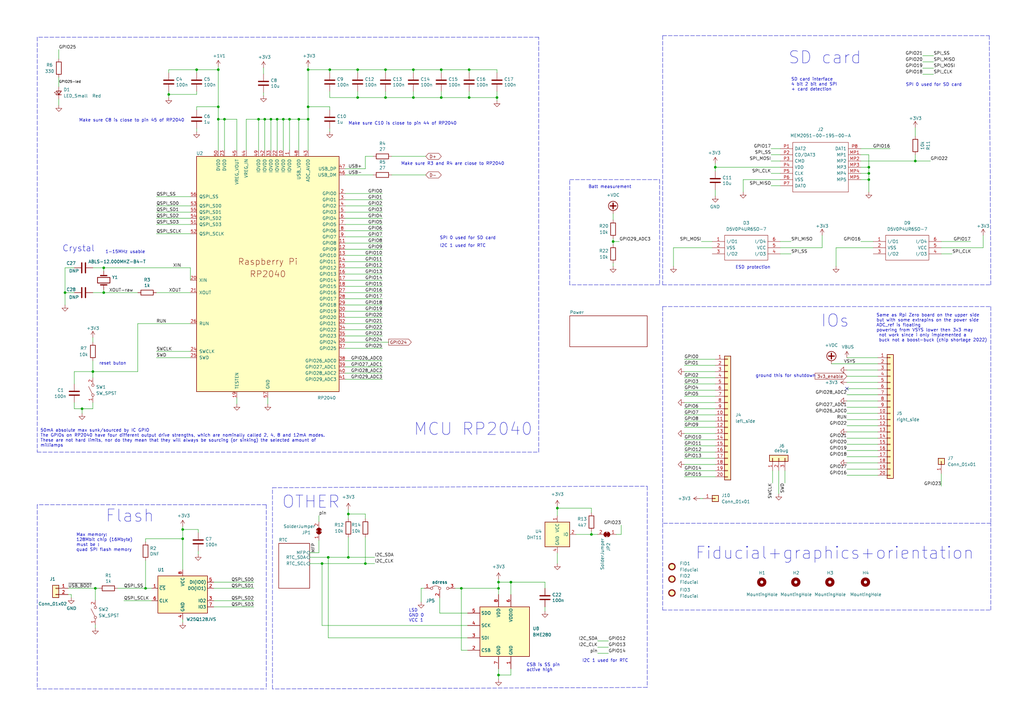
<source format=kicad_sch>
(kicad_sch (version 20211123) (generator eeschema)
  (paper "A3")
  (title_block (title "RP2040 learning board with Li ion battery and sensors") (date "2022-09-24") (rev "2"))
  (junction (at 169.545 40.005))
  (junction (at 203.835 40.005))
  (junction (at 228.6 208.407))
  (junction (at 108.585 48.895))
  (junction (at 118.745 48.895))
  (junction (at 106.045 48.895))
  (junction (at 59.69 241.3))
  (junction (at 42.545 109.855))
  (junction (at 74.93 217.17))
  (junction (at 26.67 120.015))
  (junction (at 89.535 48.895))
  (junction (at 375.412 66.04))
  (junction (at 126.365 48.895))
  (junction (at 89.535 43.815))
  (junction (at 113.665 48.895))
  (junction (at 192.405 28.575))
  (junction (at 89.535 28.575))
  (junction (at 192.405 40.005))
  (junction (at 204.47 241.3))
  (junction (at 134.62 228.6))
  (junction (at 111.125 48.895))
  (junction (at 69.215 38.735))
  (junction (at 42.545 120.015))
  (junction (at 204.47 276.86))
  (junction (at 80.645 28.575))
  (junction (at 126.365 43.815))
  (junction (at 158.115 40.005))
  (junction (at 116.205 48.895))
  (junction (at 135.255 28.575))
  (junction (at 158.115 28.575))
  (junction (at 293.37 68.58))
  (junction (at 180.975 28.575))
  (junction (at 356.362 68.58))
  (junction (at 146.685 40.005))
  (junction (at 39.116 241.3))
  (junction (at 251.46 99.06))
  (junction (at 38.1 152.4))
  (junction (at 142.875 228.6))
  (junction (at 146.685 28.575))
  (junction (at 180.975 40.005))
  (junction (at 209.55 238.76))
  (junction (at 149.86 231.14))
  (junction (at 356.362 73.66))
  (junction (at 204.47 238.76))
  (junction (at 33.655 167.64))
  (junction (at 122.555 48.895))
  (junction (at 126.365 28.575))
  (junction (at 356.362 71.12))
  (junction (at 132.08 231.14))
  (junction (at 242.57 219.202))
  (junction (at 189.23 241.3))
  (junction (at 74.93 220.98))
  (junction (at 92.075 48.895))
  (junction (at 169.545 28.575))
  (junction (at 142.875 210.82))
  (no_connect (at 347.345 159.385))
  (wire (pts (xy 141.605 132.715) (xy 156.845 132.715)))
  (wire (pts (xy 204.47 276.86) (xy 204.47 278.638)))
  (wire (pts (xy 169.545 37.465) (xy 169.545 40.005)))
  (wire (pts (xy 80.645 38.735) (xy 80.645 37.465)))
  (wire (pts (xy 89.535 28.575) (xy 89.535 43.815)))
  (wire (pts (xy 280.67 187.96) (xy 293.37 187.96)))
  (wire (pts (xy 360.045 187.325) (xy 347.345 187.325)))
  (wire (pts (xy 172.72 241.3) (xy 173.99 241.3)))
  (wire (pts (xy 142.875 208.915) (xy 142.875 210.82)))
  (wire (pts (xy 209.55 238.76) (xy 204.47 238.76)))
  (wire (pts (xy 280.67 147.32) (xy 293.37 147.32)))
  (wire (pts (xy 38.1 147.955) (xy 38.1 152.4)))
  (wire (pts (xy 64.135 86.995) (xy 78.105 86.995)))
  (polyline (pts (xy 265.43 199.39) (xy 265.43 281.94)))
  (wire (pts (xy 132.08 231.14) (xy 149.86 231.14)))
  (wire (pts (xy 254.762 219.202) (xy 252.73 219.202)))
  (wire (pts (xy 292.1 99.06) (xy 287.655 99.06)))
  (wire (pts (xy 29.21 243.84) (xy 29.21 245.11)))
  (wire (pts (xy 209.55 274.32) (xy 209.55 276.86)))
  (wire (pts (xy 356.362 63.5) (xy 356.362 68.58)))
  (wire (pts (xy 280.67 190.5) (xy 293.37 190.5)))
  (wire (pts (xy 192.405 29.845) (xy 192.405 28.575)))
  (wire (pts (xy 375.412 52.324) (xy 375.412 55.88)))
  (wire (pts (xy 146.685 29.845) (xy 146.685 28.575)))
  (wire (pts (xy 141.605 94.615) (xy 156.845 94.615)))
  (wire (pts (xy 245.11 267.97) (xy 249.555 267.97)))
  (wire (pts (xy 89.535 48.895) (xy 89.535 61.595)))
  (wire (pts (xy 280.67 160.02) (xy 293.37 160.02)))
  (wire (pts (xy 141.605 89.535) (xy 156.845 89.535)))
  (wire (pts (xy 80.645 52.705) (xy 80.645 53.975)))
  (wire (pts (xy 127 228.6) (xy 134.62 228.6)))
  (wire (pts (xy 360.045 159.385) (xy 347.345 159.385)))
  (wire (pts (xy 204.47 238.76) (xy 204.47 241.3)))
  (wire (pts (xy 130.81 221.615) (xy 130.81 226.695)))
  (wire (pts (xy 360.045 182.245) (xy 347.345 182.245)))
  (wire (pts (xy 342.9 101.6) (xy 342.9 109.22)))
  (wire (pts (xy 69.215 38.735) (xy 80.645 38.735)))
  (wire (pts (xy 78.105 132.715) (xy 56.515 132.715)))
  (wire (pts (xy 320.04 99.06) (xy 324.485 99.06)))
  (polyline (pts (xy 220.98 185.42) (xy 220.98 15.24)))
  (wire (pts (xy 280.67 162.56) (xy 293.37 162.56)))
  (wire (pts (xy 80.645 28.575) (xy 89.535 28.575)))
  (wire (pts (xy 39.116 256.286) (xy 39.116 257.556)))
  (wire (pts (xy 251.46 87.63) (xy 251.46 90.17)))
  (wire (pts (xy 356.362 71.12) (xy 356.362 73.66)))
  (wire (pts (xy 64.135 84.455) (xy 78.105 84.455)))
  (wire (pts (xy 280.67 165.1) (xy 293.37 165.1)))
  (wire (pts (xy 141.605 147.955) (xy 156.845 147.955)))
  (wire (pts (xy 189.23 241.3) (xy 204.47 241.3)))
  (wire (pts (xy 78.105 114.935) (xy 78.105 109.855)))
  (wire (pts (xy 236.22 219.202) (xy 242.57 219.202)))
  (wire (pts (xy 24.13 20.32) (xy 24.13 24.13)))
  (wire (pts (xy 192.405 37.465) (xy 192.405 40.005)))
  (wire (pts (xy 347.345 146.685) (xy 360.045 146.685)))
  (wire (pts (xy 347.345 174.625) (xy 360.045 174.625)))
  (wire (pts (xy 316.23 60.96) (xy 320.04 60.96)))
  (polyline (pts (xy 271.78 116.84) (xy 406.4 116.84)))
  (wire (pts (xy 126.365 43.815) (xy 126.365 48.895)))
  (wire (pts (xy 342.9 101.6) (xy 358.14 101.6)))
  (wire (pts (xy 69.215 29.845) (xy 69.215 28.575)))
  (wire (pts (xy 118.745 48.895) (xy 118.745 61.595)))
  (wire (pts (xy 141.605 142.875) (xy 156.845 142.875)))
  (wire (pts (xy 337.185 96.52) (xy 337.185 101.6)))
  (wire (pts (xy 87.63 238.76) (xy 104.14 238.76)))
  (wire (pts (xy 100.965 48.895) (xy 106.045 48.895)))
  (wire (pts (xy 242.57 217.932) (xy 242.57 219.202)))
  (wire (pts (xy 245.11 265.43) (xy 249.555 265.43)))
  (wire (pts (xy 203.835 37.465) (xy 203.835 40.005)))
  (wire (pts (xy 33.655 167.64) (xy 30.48 167.64)))
  (wire (pts (xy 158.115 40.005) (xy 146.685 40.005)))
  (wire (pts (xy 169.545 40.005) (xy 158.115 40.005)))
  (wire (pts (xy 141.605 86.995) (xy 156.845 86.995)))
  (wire (pts (xy 118.745 48.895) (xy 122.555 48.895)))
  (wire (pts (xy 97.155 61.595) (xy 97.155 48.895)))
  (wire (pts (xy 89.535 43.815) (xy 89.535 48.895)))
  (wire (pts (xy 59.69 241.3) (xy 62.23 241.3)))
  (wire (pts (xy 280.67 175.26) (xy 293.37 175.26)))
  (wire (pts (xy 134.62 228.6) (xy 142.875 228.6)))
  (wire (pts (xy 228.6 208.407) (xy 228.6 211.582)))
  (polyline (pts (xy 265.43 281.94) (xy 111.76 282.575)))
  (wire (pts (xy 141.605 97.155) (xy 156.845 97.155)))
  (wire (pts (xy 142.875 228.6) (xy 153.67 228.6)))
  (wire (pts (xy 192.405 28.575) (xy 203.835 28.575)))
  (wire (pts (xy 26.67 120.015) (xy 30.48 120.015)))
  (wire (pts (xy 180.34 251.46) (xy 180.34 245.11)))
  (wire (pts (xy 209.55 276.86) (xy 204.47 276.86)))
  (wire (pts (xy 135.255 28.575) (xy 146.685 28.575)))
  (wire (pts (xy 24.13 31.75) (xy 24.13 35.56)))
  (wire (pts (xy 74.93 215.9) (xy 74.93 217.17)))
  (wire (pts (xy 126.365 43.815) (xy 135.255 43.815)))
  (wire (pts (xy 158.115 37.465) (xy 158.115 40.005)))
  (wire (pts (xy 141.605 122.555) (xy 156.845 122.555)))
  (wire (pts (xy 347.345 189.865) (xy 360.045 189.865)))
  (wire (pts (xy 27.94 243.84) (xy 29.21 243.84)))
  (wire (pts (xy 280.67 177.8) (xy 293.37 177.8)))
  (wire (pts (xy 254.762 215.392) (xy 254.762 219.202)))
  (wire (pts (xy 280.67 185.42) (xy 293.37 185.42)))
  (wire (pts (xy 30.48 152.4) (xy 38.1 152.4)))
  (wire (pts (xy 293.37 68.58) (xy 293.37 70.231)))
  (wire (pts (xy 347.345 154.305) (xy 360.045 154.305)))
  (wire (pts (xy 89.535 27.305) (xy 89.535 28.575)))
  (wire (pts (xy 149.86 210.82) (xy 149.86 212.725)))
  (wire (pts (xy 149.86 64.135) (xy 149.86 69.215)))
  (wire (pts (xy 141.605 135.255) (xy 156.845 135.255)))
  (wire (pts (xy 64.135 89.535) (xy 78.105 89.535)))
  (wire (pts (xy 204.47 274.32) (xy 204.47 276.86)))
  (wire (pts (xy 390.525 104.14) (xy 386.08 104.14)))
  (wire (pts (xy 141.605 120.015) (xy 156.845 120.015)))
  (wire (pts (xy 141.605 130.175) (xy 156.845 130.175)))
  (wire (pts (xy 353.06 63.5) (xy 356.362 63.5)))
  (polyline (pts (xy 111.76 200.025) (xy 265.43 199.39)))
  (wire (pts (xy 92.075 61.595) (xy 92.075 48.895)))
  (wire (pts (xy 26.67 109.855) (xy 26.67 120.015)))
  (wire (pts (xy 169.545 29.845) (xy 169.545 28.575)))
  (wire (pts (xy 78.105 95.885) (xy 64.135 95.885)))
  (wire (pts (xy 347.345 177.165) (xy 360.045 177.165)))
  (wire (pts (xy 280.67 154.94) (xy 293.37 154.94)))
  (polyline (pts (xy 406.4 214.63) (xy 271.78 214.63)))
  (wire (pts (xy 42.545 118.745) (xy 42.545 120.015)))
  (wire (pts (xy 69.215 28.575) (xy 80.645 28.575)))
  (polyline (pts (xy 271.78 14.605) (xy 271.78 116.84)))
  (wire (pts (xy 42.545 120.015) (xy 56.515 120.015)))
  (wire (pts (xy 146.685 37.465) (xy 146.685 40.005)))
  (wire (pts (xy 141.605 99.695) (xy 156.845 99.695)))
  (wire (pts (xy 180.975 29.845) (xy 180.975 28.575)))
  (wire (pts (xy 33.655 167.64) (xy 33.655 169.545)))
  (wire (pts (xy 39.116 241.3) (xy 27.94 241.3)))
  (wire (pts (xy 160.655 64.135) (xy 174.625 64.135)))
  (wire (pts (xy 108.585 61.595) (xy 108.585 48.895)))
  (polyline (pts (xy 406.4 125.73) (xy 406.4 214.63)))
  (polyline (pts (xy 270.51 73.66) (xy 270.51 116.84)))
  (wire (pts (xy 142.875 212.725) (xy 142.875 210.82)))
  (wire (pts (xy 81.28 217.17) (xy 74.93 217.17)))
  (wire (pts (xy 78.105 144.145) (xy 64.135 144.145)))
  (wire (pts (xy 353.06 66.04) (xy 375.412 66.04)))
  (wire (pts (xy 141.605 127.635) (xy 156.845 127.635)))
  (wire (pts (xy 108.077 37.973) (xy 108.077 39.243)))
  (wire (pts (xy 316.23 66.04) (xy 320.04 66.04)))
  (polyline (pts (xy 271.78 125.73) (xy 271.78 214.63)))
  (wire (pts (xy 228.6 207.772) (xy 228.6 208.407)))
  (wire (pts (xy 378.46 27.94) (xy 382.905 27.94)))
  (wire (pts (xy 378.46 30.48) (xy 382.905 30.48)))
  (wire (pts (xy 321.945 193.04) (xy 321.945 198.12)))
  (wire (pts (xy 56.515 132.715) (xy 56.515 152.4)))
  (wire (pts (xy 189.23 241.3) (xy 189.23 266.7)))
  (wire (pts (xy 378.46 25.4) (xy 382.905 25.4)))
  (polyline (pts (xy 111.76 282.575) (xy 111.76 200.025)))
  (wire (pts (xy 135.255 45.085) (xy 135.255 43.815)))
  (wire (pts (xy 180.975 28.575) (xy 192.405 28.575)))
  (wire (pts (xy 251.46 99.06) (xy 251.46 100.33)))
  (wire (pts (xy 141.605 112.395) (xy 156.845 112.395)))
  (wire (pts (xy 141.605 125.095) (xy 156.845 125.095)))
  (wire (pts (xy 347.345 156.845) (xy 360.045 156.845)))
  (wire (pts (xy 97.155 163.195) (xy 97.155 165.735)))
  (polyline (pts (xy 271.78 14.605) (xy 405.765 14.605)))
  (wire (pts (xy 141.605 71.755) (xy 153.035 71.755)))
  (wire (pts (xy 108.077 27.813) (xy 108.077 30.353)))
  (wire (pts (xy 81.28 218.44) (xy 81.28 217.17)))
  (wire (pts (xy 360.045 164.465) (xy 347.345 164.465)))
  (wire (pts (xy 80.645 43.815) (xy 89.535 43.815)))
  (wire (pts (xy 141.605 69.215) (xy 149.86 69.215)))
  (wire (pts (xy 403.225 96.52) (xy 403.225 101.6)))
  (wire (pts (xy 146.685 28.575) (xy 158.115 28.575)))
  (wire (pts (xy 81.28 226.06) (xy 81.28 227.33)))
  (wire (pts (xy 42.545 111.125) (xy 42.545 109.855)))
  (wire (pts (xy 287.02 204.47) (xy 288.29 204.47)))
  (wire (pts (xy 141.605 114.935) (xy 156.845 114.935)))
  (polyline (pts (xy 15.24 185.42) (xy 220.98 185.42)))
  (wire (pts (xy 360.045 192.405) (xy 347.345 192.405)))
  (wire (pts (xy 204.47 241.3) (xy 204.47 243.84)))
  (polyline (pts (xy 109.22 207.01) (xy 15.24 207.01)))
  (wire (pts (xy 245.11 262.89) (xy 249.555 262.89)))
  (wire (pts (xy 87.63 248.92) (xy 104.14 248.92)))
  (wire (pts (xy 38.1 167.64) (xy 33.655 167.64)))
  (wire (pts (xy 113.665 48.895) (xy 116.205 48.895)))
  (wire (pts (xy 280.67 195.58) (xy 293.37 195.58)))
  (wire (pts (xy 280.67 172.72) (xy 293.37 172.72)))
  (wire (pts (xy 356.362 68.58) (xy 356.362 71.12)))
  (wire (pts (xy 111.125 61.595) (xy 111.125 48.895)))
  (polyline (pts (xy 15.24 207.01) (xy 15.24 282.575)))
  (wire (pts (xy 38.1 152.4) (xy 56.515 152.4)))
  (polyline (pts (xy 271.78 250.19) (xy 406.4 250.19)))
  (polyline (pts (xy 109.22 207.01) (xy 109.22 282.575)))
  (wire (pts (xy 141.605 81.915) (xy 156.845 81.915)))
  (wire (pts (xy 293.37 68.58) (xy 320.04 68.58)))
  (wire (pts (xy 135.255 37.465) (xy 135.255 40.005)))
  (wire (pts (xy 87.63 241.3) (xy 104.14 241.3)))
  (wire (pts (xy 26.67 109.855) (xy 30.48 109.855)))
  (wire (pts (xy 38.1 138.43) (xy 38.1 140.335)))
  (wire (pts (xy 209.55 243.84) (xy 209.55 238.76)))
  (wire (pts (xy 172.72 241.3) (xy 172.72 246.888)))
  (wire (pts (xy 293.37 67.056) (xy 293.37 68.58)))
  (wire (pts (xy 126.365 28.575) (xy 126.365 43.815)))
  (wire (pts (xy 353.06 60.96) (xy 365.125 60.96)))
  (wire (pts (xy 69.215 37.465) (xy 69.215 38.735)))
  (wire (pts (xy 135.255 29.845) (xy 135.255 28.575)))
  (wire (pts (xy 80.645 45.085) (xy 80.645 43.815)))
  (wire (pts (xy 130.81 211.455) (xy 130.81 213.995)))
  (wire (pts (xy 135.255 52.705) (xy 135.255 53.975)))
  (wire (pts (xy 48.26 241.3) (xy 59.69 241.3)))
  (wire (pts (xy 251.46 99.06) (xy 254 99.06)))
  (wire (pts (xy 203.835 40.005) (xy 203.835 41.275)))
  (wire (pts (xy 59.69 229.87) (xy 59.69 241.3)))
  (wire (pts (xy 347.345 169.545) (xy 360.045 169.545)))
  (polyline (pts (xy 15.24 282.575) (xy 109.22 282.575)))
  (wire (pts (xy 158.115 28.575) (xy 169.545 28.575)))
  (wire (pts (xy 316.23 71.12) (xy 320.04 71.12)))
  (wire (pts (xy 106.045 61.595) (xy 106.045 48.895)))
  (wire (pts (xy 223.52 248.92) (xy 223.52 250.698)))
  (wire (pts (xy 92.075 48.895) (xy 89.535 48.895)))
  (wire (pts (xy 30.48 165.1) (xy 30.48 167.64)))
  (wire (pts (xy 127 231.14) (xy 132.08 231.14)))
  (wire (pts (xy 169.545 28.575) (xy 180.975 28.575)))
  (wire (pts (xy 360.045 184.785) (xy 347.345 184.785)))
  (wire (pts (xy 126.365 48.895) (xy 126.365 61.595)))
  (wire (pts (xy 26.67 120.015) (xy 26.67 125.095)))
  (wire (pts (xy 360.045 167.005) (xy 347.345 167.005)))
  (wire (pts (xy 158.115 29.845) (xy 158.115 28.575)))
  (polyline (pts (xy 270.51 116.84) (xy 233.68 116.84)))
  (wire (pts (xy 78.105 80.645) (xy 64.135 80.645)))
  (wire (pts (xy 141.605 84.455) (xy 156.845 84.455)))
  (wire (pts (xy 38.1 152.4) (xy 38.1 154.94)))
  (wire (pts (xy 78.105 146.685) (xy 64.135 146.685)))
  (wire (pts (xy 316.23 63.5) (xy 320.04 63.5)))
  (polyline (pts (xy 233.68 73.66) (xy 270.51 73.66)))
  (wire (pts (xy 340.995 149.225) (xy 360.045 149.225)))
  (wire (pts (xy 209.55 238.76) (xy 223.52 238.76)))
  (wire (pts (xy 30.48 152.4) (xy 30.48 157.48)))
  (wire (pts (xy 353.06 99.06) (xy 358.14 99.06)))
  (wire (pts (xy 141.605 137.795) (xy 156.845 137.795)))
  (wire (pts (xy 251.46 107.95) (xy 251.46 109.22)))
  (wire (pts (xy 360.045 194.945) (xy 347.345 194.945)))
  (wire (pts (xy 356.362 73.66) (xy 353.06 73.66)))
  (wire (pts (xy 386.08 101.6) (xy 403.225 101.6)))
  (wire (pts (xy 40.64 241.3) (xy 39.116 241.3)))
  (wire (pts (xy 242.57 208.407) (xy 228.6 208.407)))
  (wire (pts (xy 74.93 220.98) (xy 74.93 233.68)))
  (wire (pts (xy 134.62 261.62) (xy 191.77 261.62)))
  (wire (pts (xy 113.665 61.595) (xy 113.665 48.895)))
  (wire (pts (xy 280.67 152.4) (xy 293.37 152.4)))
  (wire (pts (xy 149.86 231.14) (xy 153.67 231.14)))
  (wire (pts (xy 251.46 97.79) (xy 251.46 99.06)))
  (polyline (pts (xy 271.78 125.73) (xy 406.4 125.73)))
  (polyline (pts (xy 220.98 15.24) (xy 15.24 15.24)))
  (wire (pts (xy 64.135 120.015) (xy 78.105 120.015)))
  (wire (pts (xy 106.045 48.895) (xy 108.585 48.895)))
  (polyline (pts (xy 271.78 214.63) (xy 271.78 250.19)))
  (wire (pts (xy 160.655 71.755) (xy 174.625 71.755)))
  (wire (pts (xy 64.135 92.075) (xy 78.105 92.075)))
  (wire (pts (xy 109.855 163.195) (xy 109.855 165.735)))
  (wire (pts (xy 280.67 167.64) (xy 293.37 167.64)))
  (wire (pts (xy 223.52 238.76) (xy 223.52 241.3)))
  (wire (pts (xy 141.605 104.775) (xy 156.845 104.775)))
  (wire (pts (xy 116.205 61.595) (xy 116.205 48.895)))
  (wire (pts (xy 97.155 48.895) (xy 92.075 48.895)))
  (wire (pts (xy 180.975 37.465) (xy 180.975 40.005)))
  (wire (pts (xy 59.69 220.98) (xy 74.93 220.98)))
  (wire (pts (xy 134.62 228.6) (xy 134.62 261.62)))
  (wire (pts (xy 132.08 231.14) (xy 132.08 256.54)))
  (wire (pts (xy 141.605 150.495) (xy 156.845 150.495)))
  (wire (pts (xy 180.975 40.005) (xy 169.545 40.005)))
  (wire (pts (xy 69.215 38.735) (xy 69.215 40.005)))
  (wire (pts (xy 319.405 193.04) (xy 319.405 202.565)))
  (wire (pts (xy 316.865 193.04) (xy 316.865 198.12)))
  (wire (pts (xy 38.1 120.015) (xy 42.545 120.015)))
  (wire (pts (xy 360.045 179.705) (xy 347.345 179.705)))
  (wire (pts (xy 142.875 210.82) (xy 149.86 210.82)))
  (wire (pts (xy 146.685 40.005) (xy 135.255 40.005)))
  (wire (pts (xy 280.67 182.88) (xy 293.37 182.88)))
  (polyline (pts (xy 406.4 250.19) (xy 406.4 214.63)))
  (wire (pts (xy 304.8 73.66) (xy 320.04 73.66)))
  (wire (pts (xy 141.605 92.075) (xy 156.845 92.075)))
  (wire (pts (xy 141.605 107.315) (xy 156.845 107.315)))
  (wire (pts (xy 192.405 40.005) (xy 180.975 40.005)))
  (wire (pts (xy 116.205 48.895) (xy 118.745 48.895)))
  (wire (pts (xy 42.545 109.855) (xy 78.105 109.855)))
  (wire (pts (xy 347.345 172.085) (xy 360.045 172.085)))
  (wire (pts (xy 59.69 222.25) (xy 59.69 220.98)))
  (wire (pts (xy 245.11 219.202) (xy 242.57 219.202)))
  (wire (pts (xy 141.605 117.475) (xy 156.845 117.475)))
  (wire (pts (xy 186.69 241.3) (xy 189.23 241.3)))
  (wire (pts (xy 141.605 155.575) (xy 156.845 155.575)))
  (wire (pts (xy 100.965 61.595) (xy 100.965 48.895)))
  (wire (pts (xy 353.06 71.12) (xy 356.362 71.12)))
  (wire (pts (xy 74.93 217.17) (xy 74.93 220.98)))
  (wire (pts (xy 280.67 157.48) (xy 293.37 157.48)))
  (wire (pts (xy 386.08 99.06) (xy 398.145 99.06)))
  (wire (pts (xy 203.835 29.845) (xy 203.835 28.575)))
  (wire (pts (xy 386.08 194.31) (xy 386.08 199.39)))
  (wire (pts (xy 228.6 226.822) (xy 228.6 231.14)))
  (wire (pts (xy 189.23 266.7) (xy 191.77 266.7)))
  (wire (pts (xy 347.345 151.765) (xy 360.045 151.765)))
  (wire (pts (xy 122.555 48.895) (xy 126.365 48.895)))
  (wire (pts (xy 280.67 180.34) (xy 293.37 180.34)))
  (wire (pts (xy 280.67 170.18) (xy 293.37 170.18)))
  (wire (pts (xy 122.555 61.595) (xy 122.555 48.895)))
  (wire (pts (xy 320.04 104.14) (xy 324.485 104.14)))
  (wire (pts (xy 149.86 220.345) (xy 149.86 231.14)))
  (wire (pts (xy 149.86 64.135) (xy 153.035 64.135)))
  (wire (pts (xy 320.04 101.6) (xy 337.185 101.6)))
  (polyline (pts (xy 15.24 15.24) (xy 15.24 185.42)))
  (wire (pts (xy 293.37 77.851) (xy 293.37 80.391)))
  (wire (pts (xy 126.365 28.575) (xy 135.255 28.575)))
  (wire (pts (xy 50.8 246.38) (xy 62.23 246.38)))
  (wire (pts (xy 242.57 210.312) (xy 242.57 208.407)))
  (polyline (pts (xy 406.4 116.84) (xy 405.765 14.605)))
  (wire (pts (xy 378.46 22.86) (xy 382.905 22.86)))
  (wire (pts (xy 375.412 63.5) (xy 375.412 66.04)))
  (wire (pts (xy 353.06 68.58) (xy 356.362 68.58)))
  (wire (pts (xy 38.1 109.855) (xy 42.545 109.855)))
  (wire (pts (xy 141.605 140.335) (xy 159.385 140.335)))
  (wire (pts (xy 141.605 109.855) (xy 156.845 109.855)))
  (wire (pts (xy 276.225 101.6) (xy 276.225 109.22)))
  (wire (pts (xy 316.23 76.2) (xy 320.04 76.2)))
  (polyline (pts (xy 233.68 116.84) (xy 233.68 73.66)))
  (wire (pts (xy 280.67 193.04) (xy 293.37 193.04)))
  (wire (pts (xy 191.77 251.46) (xy 180.34 251.46)))
  (wire (pts (xy 74.93 254) (xy 74.93 255.27)))
  (wire (pts (xy 111.125 48.895) (xy 113.665 48.895)))
  (wire (pts (xy 126.365 27.305) (xy 126.365 28.575)))
  (wire (pts (xy 87.63 246.38) (xy 104.14 246.38)))
  (wire (pts (xy 24.13 40.64) (xy 24.13 43.18)))
  (wire (pts (xy 108.585 48.895) (xy 111.125 48.895)))
  (wire (pts (xy 356.362 78.74) (xy 356.362 73.66)))
  (wire (pts (xy 80.645 29.845) (xy 80.645 28.575)))
  (wire (pts (xy 141.605 153.035) (xy 156.845 153.035)))
  (wire (pts (xy 38.1 165.1) (xy 38.1 167.64)))
  (wire (pts (xy 192.405 40.005) (xy 203.835 40.005)))
  (wire (pts (xy 191.77 256.54) (xy 132.08 256.54)))
  (wire (pts (xy 142.875 220.345) (xy 142.875 228.6)))
  (wire (pts (xy 39.116 241.3) (xy 39.116 246.126)))
  (wire (pts (xy 127 226.695) (xy 130.81 226.695)))
  (wire (pts (xy 360.045 161.925) (xy 347.345 161.925)))
  (wire (pts (xy 141.605 102.235) (xy 156.845 102.235)))
  (wire (pts (xy 141.605 79.375) (xy 156.845 79.375)))
  (wire (pts (xy 276.225 101.6) (xy 292.1 101.6)))
  (wire (pts (xy 375.412 66.04) (xy 381.635 66.04)))
  (wire (pts (xy 204.47 237.49) (xy 204.47 238.76)))
  (wire (pts (xy 280.67 149.86) (xy 293.37 149.86)))
  (wire (pts (xy 304.8 73.66) (xy 304.8 78.74)))
  (text "I2C 1 used for RTC" (at 180.34 101.6 0) (effects (font (size 1.27 1.27)) (justify left bottom)))
  (text "Fiducial+graphics+orientation" (at 285.115 229.87 0) (effects (font (size 5 5)) (justify left bottom)))
  (text "SD card interface\n4 bit 2 bit and SPI\n+ card detection" (at 324.485 37.465 0) (effects (font (size 1.27 1.27)) (justify left bottom)))
  (text "OTHER" (at 115.57 208.915 0) (effects (font (size 5 5)) (justify left bottom)))
  (text "I2C 1 used for RTC" (at 238.76 271.78 0) (effects (font (size 1.27 1.27)) (justify left bottom)))
  (text "50mA absolute max sunk/sourced by IC GPIO\nThe GPIOs on RP2040 have four different output drive strengths, which are nominally called 2, 4, 8 and 12mA modes.\nThese are not hard limits, nor do they mean that they will always be sourcing (or sinking) the selected amount of\nmilliamps" (at 16.51 183.515 0) (effects (font (size 1.27 1.27)) (justify left bottom)))
  (text "IOs" (at 336.55 134.62 0) (effects (font (size 5 5)) (justify left bottom)))
  (text "Same as Rpi Zero board on the upper side\nbut with some extrapins on the power side\nADC_ref is floating\npowering from VSYS lower then 3v3 may\n not work since i only implemented a\n buck not a boost-buck (chip shortage 2022)" (at 359.41 140.335 0) (effects (font (size 1.27 1.27)) (justify left bottom)))
  (text "Flash" (at 43.18 214.63 0) (effects (font (size 5 5)) (justify left bottom)))
  (text "ground this for shutdown " (at 309.88 154.94 0) (effects (font (size 1.27 1.27)) (justify left bottom)))
  (text "Crystal" (at 25.527 103.505 0) (effects (font (size 2.54 2.54)) (justify left bottom)))
  (text "SD card" (at 323.215 26.67 0) (effects (font (size 5 5)) (justify left bottom)))
  (text "MCU RP2040" (at 169.545 179.07 0) (effects (font (size 5 5)) (justify left bottom)))
  (text "Make sure C8 is close to pin 45 of RP2040" (at 32.385 50.165 0) (effects (font (size 1.27 1.27)) (justify left bottom)))
  (text "SPI 0 used for SD card" (at 180.34 98.425 0) (effects (font (size 1.27 1.27)) (justify left bottom)))
  (text "Make sure R3 and R4 are close to RP2040" (at 164.465 67.945 0) (effects (font (size 1.27 1.27)) (justify left bottom)))
  (text "Max memory:\n128Mbit chip (16Mbyte)\nmust be :\nquad SPI flash memory" (at 31.242 226.314 0) (effects (font (size 1.27 1.27)) (justify left bottom)))
  (text "1-15MHz usable" (at 43.18 104.14 0) (effects (font (size 1.27 1.27)) (justify left bottom)))
  (text "Make sure C10 is close to pin 44 of RP2040" (at 142.875 51.435 0) (effects (font (size 1.27 1.27)) (justify left bottom)))
  (text "reset buton" (at 40.64 149.86 0) (effects (font (size 1.27 1.27)) (justify left bottom)))
  (text "LSD\nGND 0\nVCC 1" (at 167.64 255.27 0) (effects (font (size 1.27 1.27)) (justify left bottom)))
  (text "SPI 0 used for SD card" (at 371.475 35.56 0) (effects (font (size 1.27 1.27)) (justify left bottom)))
  (text "ESD protection" (at 301.625 110.49 0) (effects (font (size 1.27 1.27)) (justify left bottom)))
  (text "Batt measurement" (at 241.3 77.47 0) (effects (font (size 1.27 1.27)) (justify left bottom)))
  (text "CSB is SS pin\nactive high" (at 215.9 275.59 0) (effects (font (size 1.27 1.27)) (justify left bottom)))
  (label "QSPI_SS" (at 50.8 241.3 0))
  (label "QSPI_SD2" (at 104.14 246.38 180))
  (label "GPIO26_ADC0" (at 347.345 169.545 180))
  (label "GPIO23" (at 386.08 199.39 180))
  (label "SPI_SS" (at 316.23 63.5 180))
  (label "RUN" (at 64.135 132.715 0))
  (label "GPIO6" (at 280.67 167.64 0))
  (label "GPIO18" (at 378.46 30.48 180))
  (label "GPIO16" (at 365.125 60.96 180))
  (label "~{USB_BOOT}" (at 27.94 241.3 0))
  (label "XOUT" (at 74.295 120.015 180))
  (label "GPIO17" (at 316.23 60.96 180))
  (label "GPIO25" (at 24.13 20.32 0))
  (label "SPI_MISO" (at 316.23 76.2 180))
  (label "GPIO0" (at 156.845 79.375 180))
  (label "GPIO11" (at 280.67 182.88 0))
  (label "GPIO16" (at 353.06 99.06 180))
  (label "QSPI_SD1" (at 104.14 241.3 180))
  (label "GPIO28_ADC2" (at 156.845 153.035 180))
  (label "USB+" (at 142.875 69.215 0))
  (label "I2C_SDA" (at 153.67 228.6 0))
  (label "SPI_CLK" (at 390.525 104.14 0))
  (label "GPIO11" (at 156.845 107.315 180))
  (label "QSPI_SD1" (at 64.135 86.995 0))
  (label "GPIO25-led" (at 24.13 34.29 0) (effects (font (size 1 1))))
  (label "GPIO24" (at 156.845 140.335 180))
  (label "GPIO14" (at 280.67 193.04 0))
  (label "GPIO8" (at 280.67 172.72 0))
  (label "XIN" (at 74.295 109.855 180))
  (label "SPI_MISO" (at 382.905 25.4 0))
  (label "pin" (at 130.81 211.455 0))
  (label "I2C_CLK" (at 245.11 265.43 180))
  (label "GPIO29_ADC3" (at 254 99.06 0))
  (label "GPIO15" (at 156.845 117.475 180))
  (label "GPIO4" (at 280.67 160.02 0))
  (label "GPIO9" (at 280.67 175.26 0))
  (label "GPIO22" (at 381.635 66.04 0))
  (label "GPIO5" (at 156.845 92.075 180))
  (label "GPIO15" (at 280.67 195.58 0))
  (label "SWD" (at 321.945 198.12 270))
  (label "GPIO20" (at 378.46 25.4 180))
  (label "GPIO2" (at 280.67 154.94 0))
  (label "GPIO20" (at 156.845 130.175 180))
  (label "SWD" (at 64.135 146.685 0))
  (label "GPIO12" (at 156.845 109.855 180))
  (label "SPI_CLK" (at 316.23 71.12 180))
  (label "QSPI_SD3" (at 104.14 248.92 180))
  (label "GPIO21" (at 347.345 179.705 180))
  (label "QSPI_SD0" (at 104.14 238.76 180))
  (label "VSYS" (at 346.075 149.225 0))
  (label "QSPI_SD3" (at 64.135 92.075 0))
  (label "GPIO27_ADC1" (at 347.345 167.005 180))
  (label "GPIO3" (at 156.845 86.995 180))
  (label "QSPI_SCLK" (at 64.135 95.885 0))
  (label "I2C_SDA" (at 245.11 262.89 180))
  (label "GPIO29_ADC3" (at 156.845 155.575 180))
  (label "GPIO18" (at 347.345 187.325 180))
  (label "GPIO22" (at 347.345 174.625 180))
  (label "GPIO13" (at 249.555 265.43 0))
  (label "GPIO16" (at 347.345 194.945 180))
  (label "pin" (at 245.11 267.97 180))
  (label "QSPI_SD2" (at 64.135 89.535 0))
  (label "SPI_MISO" (at 324.485 99.06 0))
  (label "GPIO22" (at 156.845 135.255 180))
  (label "GPIO20" (at 347.345 182.245 180))
  (label "GPIO13" (at 156.845 112.395 180))
  (label "GPIO9" (at 156.845 102.235 180))
  (label "GPIO10" (at 280.67 180.34 0))
  (label "GPIO12" (at 280.67 185.42 0))
  (label "MFP" (at 129.54 226.695 90))
  (label "GPIO28_ADC2" (at 347.345 161.925 180))
  (label "GPIO19" (at 378.46 27.94 180))
  (label "GPIO13" (at 280.67 187.96 0))
  (label "SPI_SS" (at 324.485 104.14 0))
  (label "I2C_CLK" (at 153.67 231.14 0))
  (label "SPI_CLK" (at 382.905 30.48 0))
  (label "GPIO17" (at 347.345 192.405 180))
  (label "GPIO1" (at 280.67 149.86 0))
  (label "GPIO14" (at 156.845 114.935 180))
  (label "GPIO1" (at 156.845 81.915 180))
  (label "GPIO25" (at 156.845 142.875 180))
  (label "SPI_MOSI" (at 382.905 27.94 0))
  (label "GPIO18" (at 156.845 125.095 180))
  (label "GPIO12" (at 249.555 262.89 0))
  (label "XOUT-raw" (at 54.61 120.015 180))
  (label "USB-" (at 142.875 71.755 0))
  (label "QSPI_SCLK" (at 50.8 246.38 0))
  (label "GPIO26_ADC0" (at 156.845 147.955 180))
  (label "QSPI_SS" (at 64.135 80.645 0))
  (label "GPIO2" (at 156.845 84.455 180))
  (label "GPIO23" (at 254.762 215.392 180))
  (label "GPIO6" (at 156.845 94.615 180))
  (label "GPIO14" (at 249.555 267.97 0))
  (label "SWCLK" (at 316.865 198.12 270))
  (label "GPIO19" (at 156.845 127.635 180))
  (label "SWCLK" (at 64.135 144.145 0))
  (label "GPIO23" (at 156.845 137.795 180))
  (label "GPIO5" (at 280.67 162.56 0))
  (label "SPI_SS" (at 382.905 22.86 0))
  (label "GPIO21" (at 378.46 22.86 180))
  (label "SPI_MOSI" (at 287.655 99.06 180))
  (label "GPIO19" (at 347.345 184.785 180))
  (label "GPIO21" (at 156.845 132.715 180))
  (label "QSPI_SD0" (at 64.135 84.455 0))
  (label "GPIO8" (at 156.845 99.695 180))
  (label "GPIO17" (at 156.845 122.555 180))
  (label "GPIO16" (at 156.845 120.015 180))
  (label "RUN" (at 347.345 172.085 180))
  (label "GPIO17" (at 398.145 99.06 180))
  (label "GPIO7" (at 156.845 97.155 180))
  (label "GPIO0" (at 280.67 147.32 0))
  (label "GPIO4" (at 156.845 89.535 180))
  (label "GPIO3" (at 280.67 157.48 0))
  (label "GPIO27_ADC1" (at 156.845 150.495 180))
  (label "GPIO7" (at 280.67 170.18 0))
  (label "SPI_MOSI" (at 316.23 66.04 180))
  (label "GPIO10" (at 156.845 104.775 180))
  (global_label "D+" (shape bidirectional) (at 174.625 64.135 0) (property "Intersheet References" "${INTERSHEET_REFS}" (effects hide)))
  (global_label "3v3_enable" (shape input) (at 347.345 154.305 180) (property "Intersheet References" "${INTERSHEET_REFS}" (effects hide)))
  (global_label "GPIO24" (shape output) (at 159.385 140.335 0) (property "Intersheet References" "${INTERSHEET_REFS}" (effects hide)))
  (global_label "D-" (shape bidirectional) (at 174.625 71.755 0) (property "Intersheet References" "${INTERSHEET_REFS}" (effects hide)))
  (symbol (lib_id "Device:R") (at 251.46 93.98 0) (mirror x) (unit 1)
    (property "Reference" "R20" (at 247.65 92.71 0))
    (property "Value" "10k" (at 247.65 95.25 0))
    (property "Footprint" "Resistor_SMD:R_0603_1608Metric_Pad0.98x0.95mm_HandSolder" (effects hide))
  )
  (symbol (lib_id "Sensor:BME280") (at 207.01 259.08 0) (mirror y) (unit 1)
    (property "Reference" "U8" (at 218.44 257.8099 0) (effects (justify right)))
    (property "Value" "BME280" (at 218.44 260.3499 0) (effects (justify right)))
    (property "Footprint" "Package_LGA:Bosch_LGA-8_2.5x2.5mm_P0.65mm_ClockwisePinNumbering" (effects hide))
    (property "Datasheet" "https://ae-bst.resource.bosch.com/media/_tech/media/datasheets/BST-BME280-DS002.pdf" (effects hide))
  )
  (symbol (lib_id "Device:C") (at 30.48 161.29 0) (unit 1)
    (property "Reference" "C1" (at 23.495 160.02 0) (effects (justify left)))
    (property "Value" "100n" (at 22.225 162.56 0) (effects (justify left)))
    (property "Footprint" "Capacitor_SMD:C_0805_2012Metric_Pad1.18x1.45mm_HandSolder" (effects hide))
  )
  (symbol (lib_id "Device:C") (at 158.115 33.655 0) (unit 1)
    (property "Reference" "C13" (at 161.036 32.4866 0) (effects (justify left)))
    (property "Value" "100n" (at 161.036 34.798 0) (effects (justify left)))
    (property "Footprint" "Capacitor_SMD:C_0805_2012Metric_Pad1.18x1.45mm_HandSolder" (effects hide))
  )
  (symbol (lib_id "Device:LED_Small") (at 24.13 38.1 90) (unit 1)
    (property "Reference" "D1" (at 26.035 36.7664 90) (effects (justify right)))
    (property "Value" "LED_Small  Red" (at 26.035 39.3064 90) (effects (justify right)))
    (property "Footprint" "LED_SMD:LED_0603_1608Metric_Pad1.05x0.95mm_HandSolder" (effects hide))
  )
  (symbol (lib_id "Device:R") (at 375.412 59.69 180) (unit 1)
    (property "Reference" "R11" (at 380.6698 59.69 90))
    (property "Value" "10k" (at 378.3584 59.69 90))
    (property "Footprint" "Resistor_SMD:R_0603_1608Metric_Pad0.98x0.95mm_HandSolder" (effects hide))
  )
  (symbol (lib_id "Device:C") (at 69.215 33.655 0) (unit 1)
    (property "Reference" "C4" (at 72.136 32.4866 0) (effects (justify left)))
    (property "Value" "100n" (at 72.136 34.798 0) (effects (justify left)))
    (property "Footprint" "Capacitor_SMD:C_0805_2012Metric_Pad1.18x1.45mm_HandSolder" (effects hide))
  )
  (symbol (lib_id "Mechanical:MountingHole") (at 354.965 238.76 0) (unit 1) (in_bom no)
    (property "Reference" "H4" (at 353.695 234.95 0) (effects (justify left)))
    (property "Value" "MountingHole" (at 348.615 243.84 0) (effects (justify left)))
    (property "Footprint" "MountingHole:MountingHole_3.2mm_M3" (effects hide))
  )
  (symbol (lib_id "Device:R") (at 156.845 64.135 270) (unit 1)
    (property "Reference" "R4" (at 156.845 58.8772 90))
    (property "Value" "27" (at 156.845 61.1886 90))
    (property "Footprint" "Resistor_SMD:R_0603_1608Metric_Pad0.98x0.95mm_HandSolder" (effects hide))
  )
  (symbol (lib_id "Device:C") (at 108.077 34.163 0) (unit 1)
    (property "Reference" "C8" (at 110.998 32.9946 0) (effects (justify left)))
    (property "Value" "10u" (at 110.998 35.306 0) (effects (justify left)))
    (property "Footprint" "Capacitor_SMD:C_0805_2012Metric_Pad1.18x1.45mm_HandSolder" (effects hide))
  )
  (symbol (lib_id "Device:C") (at 34.29 120.015 90) (unit 1)
    (property "Reference" "C28" (at 31.115 118.745 90) (effects (justify left)))
    (property "Value" "DNP" (at 32.385 121.92 90) (effects (justify left)))
    (property "Footprint" "Capacitor_SMD:C_0805_2012Metric_Pad1.18x1.45mm_HandSolder" (effects hide))
  )
  (symbol (lib_id "SamacSys_Parts:MEM2051-00-195-00-A") (at 320.04 60.96 0) (unit 1)
    (property "Reference" "J2" (at 336.55 53.086 0))
    (property "Value" "MEM2051-00-195-00-A" (at 336.55 55.626 0))
    (property "Footprint" "SamacSys_Parts:MEM20510019500A" (effects hide))
    (property "Datasheet" "https://gct.co/files/drawings/mem2051.pdf" (effects hide))
    (property "Description" "MICRO SD PUSH PUSH, OPEN, SMT, 1" (effects hide))
    (property "Height" "2.05" (effects hide))
    (property "Mouser Part Number" "640-MEM20510019500A" (effects hide))
    (property "Mouser Price/Stock" "https://www.mouser.co.uk/ProductDetail/GCT/MEM2051-00-195-00-A?qs=KUoIvG%2F9Ilat7yfJRNWXUQ%3D%3D" (effects hide))
    (property "Manufacturer_Name" "GCT (GLOBAL CONNECTOR TECHNOLOGY)" (effects hide))
    (property "Manufacturer_Part_Number" "MEM2051-00-195-00-A" (effects hide))
  )
  (symbol (lib_id "Device:C") (at 135.255 48.895 0) (unit 1)
    (property "Reference" "C10" (at 138.176 47.7266 0) (effects (justify left)))
    (property "Value" "1u" (at 138.176 50.038 0) (effects (justify left)))
    (property "Footprint" "Capacitor_SMD:C_0805_2012Metric_Pad1.18x1.45mm_HandSolder" (effects hide))
  )
  (symbol (lib_id "power:GND") (at 251.46 109.22 0) (unit 1)
    (property "Reference" "#PWR070" (effects hide))
    (property "Value" "GND" (effects hide))
  )
  (symbol (lib_id "Mechanical:Fiducial") (at 275.59 232.41 0) (unit 1) (in_bom no)
    (property "Reference" "FID1" (at 278.765 231.1399 0) (effects (justify left)))
    (property "Value" "Fiducial" (at 278.765 233.6799 0) (effects (justify left)))
    (property "Footprint" "Fiducial:Fiducial_0.5mm_Mask1mm" (effects hide))
  )
  (symbol (lib_id "power:GND") (at 172.72 246.888 0) (unit 1)
    (property "Reference" "#PWR0110" (effects hide))
    (property "Value" "GND" (effects hide))
  )
  (symbol (lib_id "power:+3V3") (at 74.93 215.9 0) (unit 1)
    (property "Reference" "#PWR02" (effects hide))
    (property "Value" "+3V3" (at 75.311 211.5058 0))
  )
  (symbol (lib_id "Mechanical:Fiducial") (at 275.59 237.49 0) (unit 1) (in_bom no)
    (property "Reference" "FID2" (at 278.765 236.2199 0) (effects (justify left)))
    (property "Value" "Fiducial" (at 278.765 238.7599 0) (effects (justify left)))
    (property "Footprint" "Symbol:KiCad-Logo2_8mm_SilkScreen" (effects hide))
  )
  (symbol (lib_id "power:VBUS") (at 347.345 146.685 0) (unit 1)
    (property "Reference" "#PWR025" (effects hide))
    (property "Value" "VBUS" (at 347.726 142.2908 0))
  )
  (symbol (lib_id "Switch:SW_SPST") (at 39.116 251.206 90) (unit 1)
    (property "Reference" "SW2" (at 40.386 249.9359 90) (effects (justify right)))
    (property "Value" "SW_SPST" (at 40.386 252.4759 90) (effects (justify right)))
    (property "Footprint" "SamacSys_Parts:PTS526SK15SMTR2LFS" (effects hide))
  )
  (symbol (lib_id "Device:R") (at 251.46 104.14 0) (mirror x) (unit 1)
    (property "Reference" "R22" (at 247.65 102.87 0))
    (property "Value" "10k" (at 247.65 105.41 0))
    (property "Footprint" "Resistor_SMD:R_0603_1608Metric_Pad0.98x0.95mm_HandSolder" (effects hide))
  )
  (symbol (lib_id "power:+3V3") (at 375.412 52.324 0) (unit 1)
    (property "Reference" "#PWR032" (effects hide))
    (property "Value" "+3V3" (at 375.412 48.514 0))
  )
  (symbol (lib_id "Device:R") (at 60.325 120.015 270) (unit 1)
    (property "Reference" "R3" (at 60.325 114.7572 90))
    (property "Value" "1k" (at 60.325 117.0686 90))
    (property "Footprint" "Resistor_SMD:R_0603_1608Metric_Pad0.98x0.95mm_HandSolder" (effects hide))
  )
  (symbol (lib_id "Device:R") (at 38.1 144.145 0) (mirror x) (unit 1)
    (property "Reference" "R7" (at 34.29 142.875 0))
    (property "Value" "10k" (at 34.29 145.415 0))
    (property "Footprint" "Resistor_SMD:R_0603_1608Metric_Pad0.98x0.95mm_HandSolder" (effects hide))
  )
  (symbol (lib_id "Connector_Generic:Conn_01x03") (at 319.405 187.96 90) (unit 1)
    (property "Reference" "J6" (at 319.405 182.88 90) (effects (justify right)))
    (property "Value" "debug" (at 317.5 184.785 90) (effects (justify right)))
    (property "Footprint" "Connector_PinSocket_2.54mm:PinSocket_1x03_P2.54mm_Vertical" (effects hide))
  )
  (symbol (lib_id "power:+3.3V") (at 293.37 67.056 0) (mirror y) (unit 1)
    (property "Reference" "#PWR019" (effects hide))
    (property "Value" "+3.3V" (at 292.989 62.6618 0))
  )
  (symbol (lib_id "Device:C") (at 180.975 33.655 0) (unit 1)
    (property "Reference" "C15" (at 183.896 32.4866 0) (effects (justify left)))
    (property "Value" "100n" (at 183.896 34.798 0) (effects (justify left)))
    (property "Footprint" "Capacitor_SMD:C_0805_2012Metric_Pad1.18x1.45mm_HandSolder" (effects hide))
  )
  (symbol (lib_id "Mechanical:MountingHole") (at 340.36 238.76 0) (unit 1) (in_bom no)
    (property "Reference" "H3" (at 339.09 234.95 0) (effects (justify left)))
    (property "Value" "MountingHole" (at 334.01 243.84 0) (effects (justify left)))
    (property "Footprint" "MountingHole:MountingHole_3.2mm_M3" (effects hide))
  )
  (symbol (lib_id "power:GND") (at 74.93 255.27 0) (unit 1)
    (property "Reference" "#PWR03" (effects hide))
    (property "Value" "GND" (effects hide))
  )
  (symbol (lib_id "power:GND") (at 80.645 53.975 0) (unit 1)
    (property "Reference" "#PWR08" (effects hide))
    (property "Value" "GND" (effects hide))
  )
  (symbol (lib_id "Device:C") (at 203.835 33.655 0) (unit 1)
    (property "Reference" "C17" (at 206.756 32.4866 0) (effects (justify left)))
    (property "Value" "100n" (at 206.756 34.798 0) (effects (justify left)))
    (property "Footprint" "Capacitor_SMD:C_0805_2012Metric_Pad1.18x1.45mm_HandSolder" (effects hide))
  )
  (symbol (lib_id "power:GND") (at 342.9 109.22 0) (unit 1)
    (property "Reference" "#PWR0114" (effects hide))
    (property "Value" "GND" (effects hide))
  )
  (symbol (lib_id "power:GND") (at 69.215 40.005 0) (unit 1)
    (property "Reference" "#PWR06" (effects hide))
    (property "Value" "GND" (effects hide))
  )
  (symbol (lib_id "power:GND") (at 347.345 151.765 270) (mirror x) (unit 1)
    (property "Reference" "#PWR053" (effects hide))
    (property "Value" "GND" (effects hide))
  )
  (symbol (lib_id "Mechanical:MountingHole") (at 312.42 238.76 0) (unit 1) (in_bom no)
    (property "Reference" "H1" (at 311.15 234.95 0) (effects (justify left)))
    (property "Value" "MountingHole" (at 306.07 243.84 0) (effects (justify left)))
    (property "Footprint" "MountingHole:MountingHole_3.2mm_M3" (effects hide))
  )
  (symbol (lib_id "power:GND") (at 304.8 78.74 0) (unit 1)
    (property "Reference" "#PWR029" (effects hide))
    (property "Value" "GND" (effects hide))
  )
  (symbol (lib_id "power:GND") (at 29.21 245.11 0) (unit 1)
    (property "Reference" "#PWR01" (effects hide))
    (property "Value" "GND" (at 29.337 249.5042 0))
  )
  (symbol (lib_id "Switch:SW_SPST") (at 38.1 160.02 90) (unit 1)
    (property "Reference" "SW1" (at 39.37 158.7499 90) (effects (justify right)))
    (property "Value" "SW_SPST" (at 39.37 161.2899 90) (effects (justify right)))
    (property "Footprint" "SamacSys_Parts:PTS526SK15SMTR2LFS" (effects hide))
  )
  (symbol (lib_id "power:+VDC") (at 340.995 149.225 0) (unit 1)
    (property "Reference" "#PWR0107" (effects hide))
    (property "Value" "+VDC" (at 340.995 141.605 0))
  )
  (symbol (lib_id "power:GND") (at 319.405 202.565 0) (mirror y) (unit 1)
    (property "Reference" "#PWR038" (effects hide))
    (property "Value" "GND" (effects hide))
  )
  (symbol (lib_id "power:+3V3") (at 126.365 27.305 0) (unit 1)
    (property "Reference" "#PWR017" (effects hide))
    (property "Value" "+3V3" (at 126.746 22.9108 0))
  )
  (symbol (lib_id "Jumper:Jumper_3_Bridged12") (at 180.34 241.3 0) (unit 1) (in_bom no)
    (property "Reference" "JP5" (at 176.53 246.38 0))
    (property "Value" "adress" (at 180.34 238.76 0))
    (property "Footprint" "Jumper:SolderJumper-3_P1.3mm_Bridged12_RoundedPad1.0x1.5mm" (effects hide))
  )
  (symbol (lib_id "power:GND") (at 347.345 189.865 270) (mirror x) (unit 1)
    (property "Reference" "#PWR056" (effects hide))
    (property "Value" "GND" (effects hide))
  )
  (symbol (lib_id "power:GND") (at 223.52 250.698 0) (unit 1)
    (property "Reference" "#PWR0112" (effects hide))
    (property "Value" "GND" (effects hide))
  )
  (symbol (lib_id "power:+VDC") (at 251.46 87.63 0) (unit 1)
    (property "Reference" "#PWR067" (effects hide))
    (property "Value" "+VDC" (at 251.46 80.01 0))
  )
  (symbol (lib_id "Device:C") (at 80.645 48.895 0) (unit 1)
    (property "Reference" "C6" (at 83.566 47.7266 0) (effects (justify left)))
    (property "Value" "1u" (at 83.566 50.038 0) (effects (justify left)))
    (property "Footprint" "Capacitor_SMD:C_0805_2012Metric_Pad1.18x1.45mm_HandSolder" (effects hide))
  )
  (symbol (lib_id "power:GND") (at 204.47 278.638 0) (unit 1)
    (property "Reference" "#PWR0108" (effects hide))
    (property "Value" "GND" (effects hide))
  )
  (symbol (lib_id "power:GND") (at 293.37 80.391 0) (mirror y) (unit 1)
    (property "Reference" "#PWR020" (effects hide))
    (property "Value" "GND" (at 293.243 84.7852 0))
  )
  (symbol (lib_id "Device:R") (at 59.69 226.06 0) (unit 1)
    (property "Reference" "R2" (at 61.468 224.8916 0) (effects (justify left)))
    (property "Value" "DNF" (at 61.468 227.203 0) (effects (justify left)))
    (property "Footprint" "Resistor_SMD:R_0603_1608Metric_Pad0.98x0.95mm_HandSolder" (effects hide))
  )
  (symbol (lib_id "Device:C") (at 135.255 33.655 0) (unit 1)
    (property "Reference" "C9" (at 138.176 32.4866 0) (effects (justify left)))
    (property "Value" "100n" (at 138.176 34.798 0) (effects (justify left)))
    (property "Footprint" "Capacitor_SMD:C_0805_2012Metric_Pad1.18x1.45mm_HandSolder" (effects hide))
  )
  (symbol (lib_id "power:+3V3") (at 337.185 96.52 0) (unit 1)
    (property "Reference" "#PWR023" (effects hide))
    (property "Value" "+3V3" (at 337.185 92.71 0))
  )
  (symbol (lib_id "Connector_Generic:Conn_01x01") (at 293.37 204.47 0) (unit 1) (in_bom no)
    (property "Reference" "J10" (at 295.91 203.1999 0) (effects (justify left)))
    (property "Value" "Conn_01x01" (at 295.91 205.7399 0) (effects (justify left)))
    (property "Footprint" "Connector_PinSocket_2.54mm:PinSocket_1x01_P2.54mm_Vertical" (effects hide))
  )
  (symbol (lib_id "power:GND") (at 276.225 109.22 0) (unit 1)
    (property "Reference" "#PWR05" (effects hide))
    (property "Value" "GND" (effects hide))
  )
  (symbol (lib_id "power:GND") (at 135.255 53.975 0) (unit 1)
    (property "Reference" "#PWR018" (effects hide))
    (property "Value" "GND" (effects hide))
  )
  (symbol (lib_id "power:GND") (at 26.67 125.095 0) (unit 1)
    (property "Reference" "#PWR0111" (effects hide))
    (property "Value" "GND" (effects hide))
  )
  (symbol (lib_id "Connector_Generic:Conn_01x02") (at 22.86 241.3 0) (mirror y) (unit 1)
    (property "Reference" "J1" (at 21.59 237.49 0))
    (property "Value" "Conn_01x02" (at 21.59 247.65 0))
    (property "Footprint" "Connector_PinHeader_2.54mm:PinHeader_1x02_P2.54mm_Vertical" (effects hide))
  )
  (symbol (lib_id "Device:C") (at 169.545 33.655 0) (unit 1)
    (property "Reference" "C14" (at 172.466 32.4866 0) (effects (justify left)))
    (property "Value" "100n" (at 172.466 34.798 0) (effects (justify left)))
    (property "Footprint" "Capacitor_SMD:C_0805_2012Metric_Pad1.18x1.45mm_HandSolder" (effects hide))
  )
  (symbol (lib_id "power:+3.3V") (at 287.02 204.47 90) (mirror x) (unit 1)
    (property "Reference" "#PWR069" (effects hide))
    (property "Value" "+3.3V" (at 280.67 204.47 90))
  )
  (symbol (lib_id "MCU_RaspberryPi_RP2040:RP2040") (at 109.855 112.395 0) (unit 1)
    (property "Reference" "U2" (at 81.915 62.865 0))
    (property "Value" "RP2040" (at 133.985 163.195 0))
    (property "Footprint" "RP2040_minimal:RP2040-QFN-56" (effects hide))
  )
  (symbol (lib_id "Jumper:SolderJumper_2_Bridged") (at 248.92 219.202 180) (unit 1) (in_bom no)
    (property "Reference" "JP2" (at 249.555 226.187 90) (effects (justify right)))
    (property "Value" "SolderJumper" (at 247.015 233.807 90) (effects (justify right)))
    (property "Footprint" "Jumper:SolderJumper-2_P1.3mm_Bridged_RoundedPad1.0x1.5mm" (effects hide))
  )
  (symbol (lib_id "Device:C") (at 146.685 33.655 0) (unit 1)
    (property "Reference" "C12" (at 149.606 32.4866 0) (effects (justify left)))
    (property "Value" "100n" (at 149.606 34.798 0) (effects (justify left)))
    (property "Footprint" "Capacitor_SMD:C_0805_2012Metric_Pad1.18x1.45mm_HandSolder" (effects hide))
  )
  (symbol (lib_id "power:GND") (at 228.6 231.14 0) (unit 1)
    (property "Reference" "#PWR028" (effects hide))
    (property "Value" "GND" (effects hide))
  )
  (symbol (lib_id "Device:R") (at 142.875 216.535 0) (mirror x) (unit 1)
    (property "Reference" "R12" (at 139.065 215.265 0))
    (property "Value" "10k" (at 139.065 217.805 0))
    (property "Footprint" "Resistor_SMD:R_0603_1608Metric_Pad0.98x0.95mm_HandSolder" (effects hide))
  )
  (symbol (lib_id "power:GND") (at 97.155 165.735 0) (unit 1)
    (property "Reference" "#PWR012" (effects hide))
    (property "Value" "GND" (effects hide))
  )
  (symbol (lib_id "Mechanical:MountingHole") (at 326.39 238.76 0) (unit 1) (in_bom no)
    (property "Reference" "H2" (at 325.12 234.95 0) (effects (justify left)))
    (property "Value" "MountingHole" (at 320.04 243.84 0) (effects (justify left)))
    (property "Footprint" "MountingHole:MountingHole_3.2mm_M3" (effects hide))
  )
  (symbol (lib_id "SamacSys_Parts:D5V0P4UR6SO-7") (at 292.1 99.06 0) (unit 1)
    (property "Reference" "D3" (at 306.07 91.44 0))
    (property "Value" "D5V0P4UR6SO-7" (at 306.07 93.98 0))
    (property "Footprint" "SamacSys_Parts:SOT95P285X140-6N" (effects hide))
    (property "Datasheet" "https://www.arrow.com/en/products/d5v0p4ur6so-7/diodes-incorporated" (effects hide))
    (property "Description" "ESD Suppressors / TVS Diodes General Protection PP" (effects hide))
    (property "Height" "1.4" (effects hide))
    (property "Mouser Part Number" "621-D5V0P4UR6SO-7" (effects hide))
    (property "Mouser Price/Stock" "https://www.mouser.co.uk/ProductDetail/Diodes-Incorporated/D5V0P4UR6SO-7?qs=rN85NNvew%2FSjbewGRfhy7A%3D%3D" (effects hide))
    (property "Manufacturer_Name" "Diodes Inc." (effects hide))
    (property "Manufacturer_Part_Number" "D5V0P4UR6SO-7" (effects hide))
  )
  (symbol (lib_id "power:+3.3V") (at 228.6 207.772 0) (unit 1)
    (property "Reference" "#PWR037" (effects hide))
    (property "Value" "+3.3V" (at 228.6 202.692 0))
  )
  (symbol (lib_id "Device:C") (at 192.405 33.655 0) (unit 1)
    (property "Reference" "C16" (at 195.326 32.4866 0) (effects (justify left)))
    (property "Value" "100n" (at 195.326 34.798 0) (effects (justify left)))
    (property "Footprint" "Capacitor_SMD:C_0805_2012Metric_Pad1.18x1.45mm_HandSolder" (effects hide))
  )
  (symbol (lib_id "power:+1V1") (at 89.535 27.305 0) (unit 1)
    (property "Reference" "#PWR09" (effects hide))
    (property "Value" "+1V1" (at 89.916 22.9108 0))
  )
  (symbol (lib_id "power:GND") (at 347.345 164.465 270) (mirror x) (unit 1)
    (property "Reference" "#PWR054" (effects hide))
    (property "Value" "GND" (effects hide))
  )
  (symbol (lib_id "power:GND") (at 356.362 78.74 0) (unit 1)
    (property "Reference" "#PWR031" (effects hide))
    (property "Value" "GND" (effects hide))
  )
  (symbol (lib_id "power:GND") (at 280.67 177.8 270) (mirror x) (unit 1)
    (property "Reference" "#PWR026" (effects hide))
    (property "Value" "GND" (effects hide))
  )
  (symbol (lib_id "Memory_Flash:W25Q128JVS") (at 74.93 243.84 0) (unit 1)
    (property "Reference" "U1" (at 66.04 233.68 0))
    (property "Value" "W25Q128JVS" (at 82.55 254 0))
    (property "Footprint" "Package_SO:SOIC-8_5.23x5.23mm_P1.27mm" (effects hide))
    (property "Datasheet" "http://www.winbond.com/resource-files/w25q128jv_dtr%20revc%2003272018%20plus.pdf" (effects hide))
  )
  (symbol (lib_id "Device:C") (at 80.645 33.655 0) (unit 1)
    (property "Reference" "C5" (at 83.566 32.4866 0) (effects (justify left)))
    (property "Value" "100n" (at 83.566 34.798 0) (effects (justify left)))
    (property "Footprint" "Capacitor_SMD:C_0805_2012Metric_Pad1.18x1.45mm_HandSolder" (effects hide))
  )
  (symbol (lib_id "Device:R") (at 24.13 27.94 0) (mirror x) (unit 1)
    (property "Reference" "R6" (at 20.32 26.67 0))
    (property "Value" "330" (at 20.32 29.21 0))
    (property "Footprint" "Resistor_SMD:R_0603_1608Metric_Pad0.98x0.95mm_HandSolder" (effects hide))
  )
  (symbol (lib_id "power:+3.3V") (at 142.875 208.915 0) (unit 1)
    (property "Reference" "#PWR043" (effects hide))
    (property "Value" "+3.3V" (at 142.875 203.835 0))
  )
  (symbol (lib_id "power:GND") (at 81.28 227.33 0) (unit 1)
    (property "Reference" "#PWR04" (effects hide))
    (property "Value" "GND" (effects hide))
  )
  (symbol (lib_id "Device:R") (at 242.57 214.122 0) (mirror x) (unit 1)
    (property "Reference" "R13" (at 238.76 212.852 0))
    (property "Value" "4k7" (at 238.76 215.392 0))
    (property "Footprint" "Resistor_SMD:R_0603_1608Metric_Pad0.98x0.95mm_HandSolder" (effects hide))
  )
  (symbol (lib_id "power:GND") (at 24.13 43.18 0) (mirror y) (unit 1)
    (property "Reference" "#PWR07" (effects hide))
    (property "Value" "GND" (effects hide))
  )
  (symbol (lib_id "power:+3.3V") (at 204.47 237.49 0) (unit 1)
    (property "Reference" "#PWR0109" (effects hide))
    (property "Value" "+3.3V" (at 204.47 232.41 0))
  )
  (symbol (lib_id "power:GND") (at 280.67 152.4 270) (mirror x) (unit 1)
    (property "Reference" "#PWR022" (effects hide))
    (property "Value" "GND" (effects hide))
  )
  (symbol (lib_id "SamacSys_Parts:D5V0P4UR6SO-7") (at 358.14 99.06 0) (unit 1)
    (property "Reference" "D9" (at 372.11 91.44 0))
    (property "Value" "D5V0P4UR6SO-7" (at 372.11 93.98 0))
    (property "Footprint" "SamacSys_Parts:SOT95P285X140-6N" (effects hide))
    (property "Datasheet" "https://www.arrow.com/en/products/d5v0p4ur6so-7/diodes-incorporated" (effects hide))
    (property "Description" "ESD Suppressors / TVS Diodes General Protection PP" (effects hide))
    (property "Height" "1.4" (effects hide))
    (property "Mouser Part Number" "621-D5V0P4UR6SO-7" (effects hide))
    (property "Mouser Price/Stock" "https://www.mouser.co.uk/ProductDetail/Diodes-Incorporated/D5V0P4UR6SO-7?qs=rN85NNvew%2FSjbewGRfhy7A%3D%3D" (effects hide))
    (property "Manufacturer_Name" "Diodes Inc." (effects hide))
    (property "Manufacturer_Part_Number" "D5V0P4UR6SO-7" (effects hide))
  )
  (symbol (lib_id "Mechanical:Fiducial") (at 275.59 243.205 0) (unit 1) (in_bom no)
    (property "Reference" "FID3" (at 278.765 241.9349 0) (effects (justify left)))
    (property "Value" "Fiducial" (at 278.765 244.4749 0) (effects (justify left)))
    (property "Footprint" "Symbol:OSHW-Logo2_14.6x12mm_SilkScreen" (effects hide))
  )
  (symbol (lib_id "Device:R") (at 149.86 216.535 0) (mirror x) (unit 1)
    (property "Reference" "R14" (at 146.05 215.265 0))
    (property "Value" "10k" (at 146.05 217.805 0))
    (property "Footprint" "Resistor_SMD:R_0603_1608Metric_Pad0.98x0.95mm_HandSolder" (effects hide))
  )
  (symbol (lib_id "power:GND") (at 347.345 177.165 270) (mirror x) (unit 1)
    (property "Reference" "#PWR055" (effects hide))
    (property "Value" "GND" (effects hide))
  )
  (symbol (lib_id "Device:C") (at 293.37 74.041 0) (unit 1)
    (property "Reference" "C11" (at 296.291 72.8726 0) (effects (justify left)))
    (property "Value" "10u" (at 296.291 75.184 0) (effects (justify left)))
    (property "Footprint" "Capacitor_SMD:C_0603_1608Metric_Pad1.08x0.95mm_HandSolder" (effects hide))
  )
  (symbol (lib_id "power:+3V3") (at 38.1 138.43 0) (unit 1)
    (property "Reference" "#PWR010" (effects hide))
    (property "Value" "+3V3" (at 38.1 134.62 0))
  )
  (symbol (lib_id "power:GND") (at 109.855 165.735 0) (unit 1)
    (property "Reference" "#PWR015" (effects hide))
    (property "Value" "GND" (effects hide))
  )
  (symbol (lib_id "Device:C") (at 81.28 222.25 0) (unit 1)
    (property "Reference" "C7" (at 84.201 221.0816 0) (effects (justify left)))
    (property "Value" "100n" (at 84.201 223.393 0) (effects (justify left)))
    (property "Footprint" "Capacitor_SMD:C_0805_2012Metric_Pad1.18x1.45mm_HandSolder" (effects hide))
  )
  (symbol (lib_id "Connector_Generic:Conn_01x01") (at 386.08 189.23 90) (unit 1) (in_bom no)
    (property "Reference" "J7" (at 388.62 187.9599 90) (effects (justify right)))
    (property "Value" "Conn_01x01" (at 388.62 190.4999 90) (effects (justify right)))
    (property "Footprint" "Connector_PinSocket_2.54mm:PinSocket_1x01_P2.54mm_Vertical" (effects hide))
  )
  (symbol (lib_id "power:GND") (at 203.835 41.275 0) (unit 1)
    (property "Reference" "#PWR021" (effects hide))
    (property "Value" "GND" (effects hide))
  )
  (symbol (lib_id "power:+3V3") (at 108.077 27.813 0) (unit 1)
    (property "Reference" "#PWR013" (effects hide))
    (property "Value" "+3V3" (at 108.458 23.4188 0))
  )
  (symbol (lib_id "Sensor:DHT11") (at 228.6 219.202 0) (unit 1)
    (property "Reference" "U4" (at 222.25 217.9319 0) (effects (justify right)))
    (property "Value" "DHT11" (at 222.25 220.4719 0) (effects (justify right)))
    (property "Footprint" "Sensor:Aosong_DHT11_5.5x12.0_P2.54mm" (effects hide))
    (property "Datasheet" "http://akizukidenshi.com/download/ds/aosong/DHT11.pdf" (effects hide))
  )
  (symbol (lib_id "power:GND") (at 39.116 257.556 0) (unit 1)
    (property "Reference" "#PWR016" (effects hide))
    (property "Value" "GND" (effects hide))
  )
  (symbol (lib_id "Device:R") (at 44.45 241.3 270) (unit 1)
    (property "Reference" "R1" (at 44.45 236.0422 90))
    (property "Value" "1k" (at 44.45 238.3536 90))
    (property "Footprint" "Resistor_SMD:R_0603_1608Metric_Pad0.98x0.95mm_HandSolder" (effects hide))
  )
  (symbol (lib_id "Device:C") (at 223.52 245.11 0) (unit 1)
    (property "Reference" "C22" (at 226.441 243.9416 0) (effects (justify left)))
    (property "Value" "100n" (at 226.441 246.253 0) (effects (justify left)))
    (property "Footprint" "Capacitor_SMD:C_0805_2012Metric_Pad1.18x1.45mm_HandSolder" (effects hide))
  )
  (symbol (lib_id "Device:C") (at 34.29 109.855 90) (unit 1)
    (property "Reference" "C27" (at 31.115 107.95 90) (effects (justify left)))
    (property "Value" "DNP" (at 32.385 111.125 90) (effects (justify left)))
    (property "Footprint" "Capacitor_SMD:C_0805_2012Metric_Pad1.18x1.45mm_HandSolder" (effects hide))
  )
  (symbol (lib_id "power:+3.3V") (at 347.345 156.845 90) (mirror x) (unit 1)
    (property "Reference" "#PWR057" (effects hide))
    (property "Value" "+3.3V" (at 340.995 156.845 90))
  )
  (symbol (lib_id "Device:Crystal") (at 42.545 114.935 270) (unit 1)
    (property "Reference" "Y1" (at 45.8724 113.7666 90) (effects (justify left)))
    (property "Value" "ABLS-12.000MHZ-B4-T" (at 36.195 107.315 90) (effects (justify left)))
    (property "Footprint" "Z_mycustom_footprint_lib:ATS120SM" (effects hide))
    (property "Datasheet" "https://ro.mouser.com/ProductDetail/774-ATS120SM" (effects hide))
  )
  (symbol (lib_id "Jumper:SolderJumper_2_Bridged") (at 130.81 217.805 90) (unit 1) (in_bom no)
    (property "Reference" "JP1" (at 123.825 218.44 90) (effects (justify right)))
    (property "Value" "SolderJumper" (at 116.205 215.9 90) (effects (justify right)))
    (property "Footprint" "Jumper:SolderJumper-2_P1.3mm_Bridged_RoundedPad1.0x1.5mm" (effects hide))
  )
  (symbol (lib_id "power:+3V3") (at 403.225 96.52 0) (unit 1)
    (property "Reference" "#PWR0113" (effects hide))
    (property "Value" "+3V3" (at 403.225 92.71 0))
  )
  (symbol (lib_id "Connector_Generic:Conn_01x20") (at 365.125 169.545 0) (unit 1)
    (property "Reference" "J5" (at 367.665 169.5449 0) (effects (justify left)))
    (property "Value" "right_side" (at 367.665 172.0849 0) (effects (justify left)))
    (property "Footprint" "Connector_PinSocket_2.54mm:PinSocket_1x20_P2.54mm_Vertical" (effects hide))
  )
  (symbol (lib_id "power:GND") (at 33.655 169.545 0) (unit 1)
    (property "Reference" "#PWR011" (effects hide))
    (property "Value" "GND" (effects hide))
  )
  (symbol (lib_id "Device:R") (at 156.845 71.755 270) (unit 1)
    (property "Reference" "R5" (at 156.845 66.4972 90))
    (property "Value" "27" (at 156.845 68.8086 90))
    (property "Footprint" "Resistor_SMD:R_0603_1608Metric_Pad0.98x0.95mm_HandSolder" (effects hide))
  )
  (symbol (lib_id "power:GND") (at 108.077 39.243 0) (unit 1)
    (property "Reference" "#PWR014" (effects hide))
    (property "Value" "GND" (effects hide))
  )
  (symbol (lib_id "power:GND") (at 280.67 190.5 270) (mirror x) (unit 1)
    (property "Reference" "#PWR034" (effects hide))
    (property "Value" "GND" (effects hide))
  )
  (symbol (lib_id "Connector_Generic:Conn_01x20") (at 298.45 170.18 0) (unit 1)
    (property "Reference" "J4" (at 301.625 170.1799 0) (effects (justify left)))
    (property "Value" "lefl_side" (at 301.625 172.7199 0) (effects (justify left)))
    (property "Footprint" "Connector_PinSocket_2.54mm:PinSocket_1x20_P2.54mm_Vertical" (effects hide))
  )
  (symbol (lib_id "power:GND") (at 280.67 165.1 270) (mirror x) (unit 1)
    (property "Reference" "#PWR024" (effects hide))
    (property "Value" "GND" (effects hide))
  )
  (sheet (at 114.3 222.885) (size 12.7 18.415) (stroke (width 0.1524))
    (property "Sheet name" "RTC" (at 114.3 222.1734 0) (effects (justify left bottom)))
    (property "Sheet file" "RTC.kicad_sch" (effects hide))
    (pin "RTC_SDA" input (at 127 228.6 0))
    (pin "RTC_SCL" input (at 127 231.14 0))
    (pin "MFP" input (at 127 226.695 0))
  )
  (sheet (at 233.68 129.54) (size 31.75 12.7) (stroke (width 0.1524))
    (property "Sheet name" "Power" (at 233.68 128.8284 0) (effects (justify left bottom)))
    (property "Sheet file" "Power.kicad_sch" (effects hide))
  )
)
</source>
